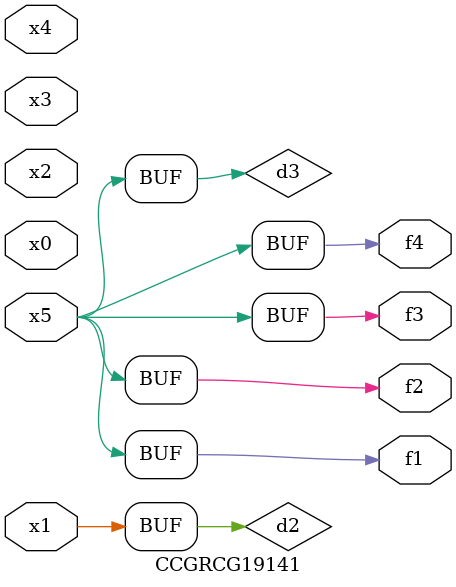
<source format=v>
module CCGRCG19141(
	input x0, x1, x2, x3, x4, x5,
	output f1, f2, f3, f4
);

	wire d1, d2, d3;

	not (d1, x5);
	or (d2, x1);
	xnor (d3, d1);
	assign f1 = d3;
	assign f2 = d3;
	assign f3 = d3;
	assign f4 = d3;
endmodule

</source>
